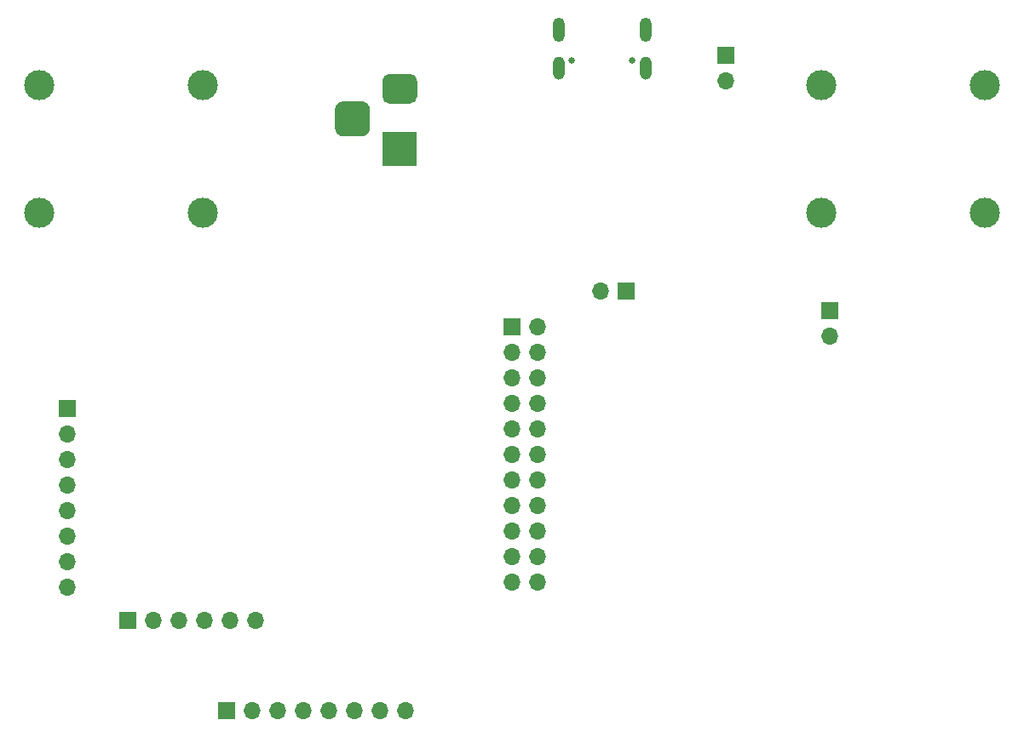
<source format=gbr>
%TF.GenerationSoftware,KiCad,Pcbnew,5.1.7-a382d34a8~88~ubuntu18.04.1*%
%TF.CreationDate,2021-04-29T22:01:18-07:00*%
%TF.ProjectId,dsp_dev_board,6473705f-6465-4765-9f62-6f6172642e6b,rev?*%
%TF.SameCoordinates,Original*%
%TF.FileFunction,Soldermask,Bot*%
%TF.FilePolarity,Negative*%
%FSLAX46Y46*%
G04 Gerber Fmt 4.6, Leading zero omitted, Abs format (unit mm)*
G04 Created by KiCad (PCBNEW 5.1.7-a382d34a8~88~ubuntu18.04.1) date 2021-04-29 22:01:18*
%MOMM*%
%LPD*%
G01*
G04 APERTURE LIST*
%ADD10O,1.700000X1.700000*%
%ADD11R,1.700000X1.700000*%
%ADD12C,0.600000*%
%ADD13C,0.630000*%
%ADD14O,1.158000X2.316000*%
%ADD15O,1.200000X2.400000*%
%ADD16C,3.000000*%
%ADD17R,3.500000X3.500000*%
G04 APERTURE END LIST*
D10*
%TO.C,J11*%
X142540000Y-97000000D03*
X140000000Y-97000000D03*
X142540000Y-94460000D03*
X140000000Y-94460000D03*
X142540000Y-91920000D03*
X140000000Y-91920000D03*
X142540000Y-89380000D03*
X140000000Y-89380000D03*
X142540000Y-86840000D03*
X140000000Y-86840000D03*
X142540000Y-84300000D03*
X140000000Y-84300000D03*
X142540000Y-81760000D03*
X140000000Y-81760000D03*
X142540000Y-79220000D03*
X140000000Y-79220000D03*
X142540000Y-76680000D03*
X140000000Y-76680000D03*
X142540000Y-74140000D03*
X140000000Y-74140000D03*
X142540000Y-71600000D03*
D11*
X140000000Y-71600000D03*
%TD*%
D12*
%TO.C,J10*%
X145900000Y-45100000D03*
D13*
X145900000Y-45100000D03*
X151900000Y-45100000D03*
D14*
X153220000Y-45825000D03*
X144580000Y-45825000D03*
D15*
X153220000Y-42000000D03*
X144580000Y-42000000D03*
%TD*%
D10*
%TO.C,J9*%
X114500000Y-100800000D03*
X111960000Y-100800000D03*
X109420000Y-100800000D03*
X106880000Y-100800000D03*
X104340000Y-100800000D03*
D11*
X101800000Y-100800000D03*
%TD*%
D10*
%TO.C,J8*%
X129380000Y-109800000D03*
X126840000Y-109800000D03*
X124300000Y-109800000D03*
X121760000Y-109800000D03*
X119220000Y-109800000D03*
X116680000Y-109800000D03*
X114140000Y-109800000D03*
D11*
X111600000Y-109800000D03*
%TD*%
D10*
%TO.C,J7*%
X95800000Y-97480000D03*
X95800000Y-94940000D03*
X95800000Y-92400000D03*
X95800000Y-89860000D03*
X95800000Y-87320000D03*
X95800000Y-84780000D03*
X95800000Y-82240000D03*
D11*
X95800000Y-79700000D03*
%TD*%
D16*
%TO.C,J6*%
X109230000Y-60225001D03*
X109230000Y-47525001D03*
X93000000Y-60225001D03*
X93000000Y-47525001D03*
%TD*%
%TO.C,J5*%
X186930000Y-60225001D03*
X186930000Y-47525001D03*
X170700000Y-60225001D03*
X170700000Y-47525001D03*
%TD*%
D17*
%TO.C,J4*%
X128800000Y-53900000D03*
G36*
G01*
X127800000Y-46400000D02*
X129800000Y-46400000D01*
G75*
G02*
X130550000Y-47150000I0J-750000D01*
G01*
X130550000Y-48650000D01*
G75*
G02*
X129800000Y-49400000I-750000J0D01*
G01*
X127800000Y-49400000D01*
G75*
G02*
X127050000Y-48650000I0J750000D01*
G01*
X127050000Y-47150000D01*
G75*
G02*
X127800000Y-46400000I750000J0D01*
G01*
G37*
G36*
G01*
X123225000Y-49150000D02*
X124975000Y-49150000D01*
G75*
G02*
X125850000Y-50025000I0J-875000D01*
G01*
X125850000Y-51775000D01*
G75*
G02*
X124975000Y-52650000I-875000J0D01*
G01*
X123225000Y-52650000D01*
G75*
G02*
X122350000Y-51775000I0J875000D01*
G01*
X122350000Y-50025000D01*
G75*
G02*
X123225000Y-49150000I875000J0D01*
G01*
G37*
%TD*%
D10*
%TO.C,J3*%
X148760000Y-68000000D03*
D11*
X151300000Y-68000000D03*
%TD*%
D10*
%TO.C,J2*%
X171500000Y-72540000D03*
D11*
X171500000Y-70000000D03*
%TD*%
D10*
%TO.C,J1*%
X161200000Y-47140000D03*
D11*
X161200000Y-44600000D03*
%TD*%
M02*

</source>
